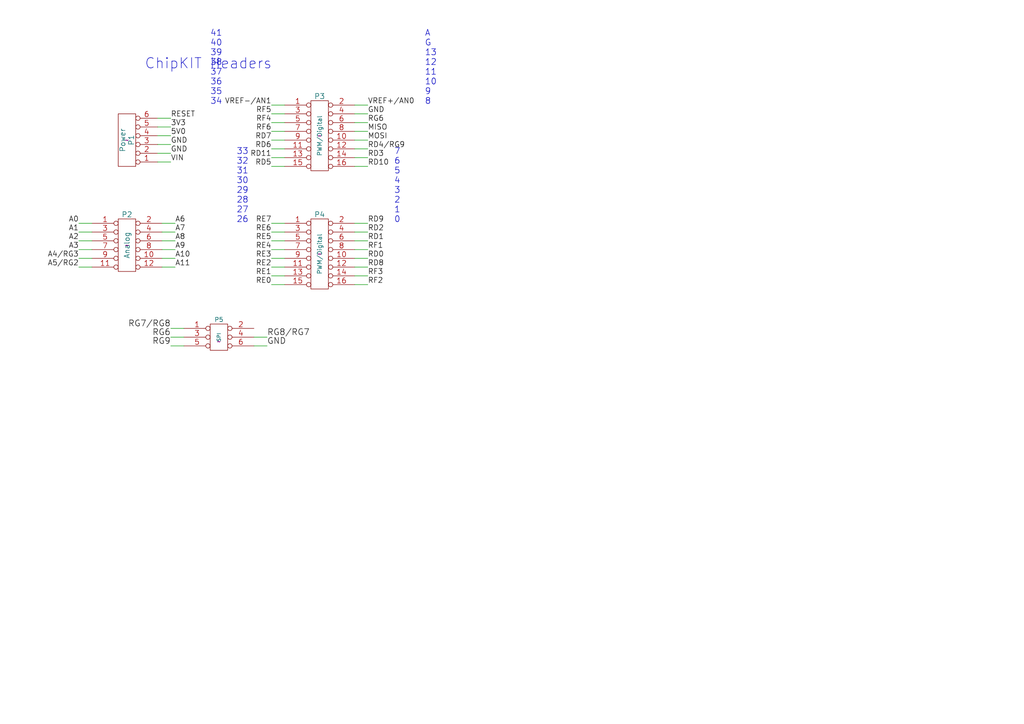
<source format=kicad_sch>
(kicad_sch (version 20230121) (generator eeschema)
  (paper "A4")
  (title_block (date "21 aug 2013"))
  (lib_symbols
    (symbol "Chipkit_Shield_uC-rescue:CONN_3X2" (pin_names (offset 1.016) hide)
      (property "Reference" "P" (at 0 6.35 0))
      (property "Value" "CONN_3X2" (at 0 1.27 90))
      (symbol "CONN_3X2_0_1"
        (rectangle (start -2.54 5.08) (end 2.54 -2.54))
      )
      (symbol "CONN_3X2_1_1"
        (pin passive inverted (at -10.16 3.81 0) (length 7.62) (name "1") (number "1"))
        (pin passive inverted (at 10.16 3.81 180) (length 7.62) (name "2") (number "2"))
        (pin passive inverted (at -10.16 1.27 0) (length 7.62) (name "3") (number "3"))
        (pin passive inverted (at 10.16 1.27 180) (length 7.62) (name "4") (number "4"))
        (pin passive inverted (at -10.16 -1.27 0) (length 7.62) (name "5") (number "5"))
        (pin passive inverted (at 10.16 -1.27 180) (length 7.62) (name "6") (number "6"))
      )
    )
    (symbol "Chipkit_Shield_uC-rescue:CONN_6" (pin_names (offset 0.762) hide)
      (property "Reference" "P" (at -1.27 0 90))
      (property "Value" "CONN_6" (at 1.27 0 90))
      (symbol "CONN_6_0_1"
        (rectangle (start -2.54 7.62) (end 2.54 -7.62))
      )
      (symbol "CONN_6_1_1"
        (pin passive inverted (at -8.89 6.35 0) (length 6.35) (name "1") (number "1"))
        (pin passive inverted (at -8.89 3.81 0) (length 6.35) (name "2") (number "2"))
        (pin passive inverted (at -8.89 1.27 0) (length 6.35) (name "3") (number "3"))
        (pin passive inverted (at -8.89 -1.27 0) (length 6.35) (name "4") (number "4"))
        (pin passive inverted (at -8.89 -3.81 0) (length 6.35) (name "5") (number "5"))
        (pin passive inverted (at -8.89 -6.35 0) (length 6.35) (name "6") (number "6"))
      )
    )
    (symbol "Chipkit_Shield_uC-rescue:CONN_6X2" (pin_names (offset 1.016) hide)
      (property "Reference" "P" (at 0 8.89 0))
      (property "Value" "CONN_6X2" (at 0 0 90))
      (symbol "CONN_6X2_0_1"
        (rectangle (start -2.54 7.62) (end 2.54 -7.62))
      )
      (symbol "CONN_6X2_1_1"
        (pin passive inverted (at -10.16 6.35 0) (length 7.62) (name "P1") (number "1"))
        (pin passive inverted (at 10.16 -3.81 180) (length 7.62) (name "10") (number "10"))
        (pin passive inverted (at -10.16 -6.35 0) (length 7.62) (name "11") (number "11"))
        (pin passive inverted (at 10.16 -6.35 180) (length 7.62) (name "12") (number "12"))
        (pin passive inverted (at 10.16 6.35 180) (length 7.62) (name "P2") (number "2"))
        (pin passive inverted (at -10.16 3.81 0) (length 7.62) (name "P3") (number "3"))
        (pin passive inverted (at 10.16 3.81 180) (length 7.62) (name "P4") (number "4"))
        (pin passive inverted (at -10.16 1.27 0) (length 7.62) (name "P5") (number "5"))
        (pin passive inverted (at 10.16 1.27 180) (length 7.62) (name "P6") (number "6"))
        (pin passive inverted (at -10.16 -1.27 0) (length 7.62) (name "P7") (number "7"))
        (pin passive inverted (at 10.16 -1.27 180) (length 7.62) (name "P8") (number "8"))
        (pin passive inverted (at -10.16 -3.81 0) (length 7.62) (name "9") (number "9"))
      )
    )
    (symbol "Chipkit_Shield_uC-rescue:CONN_8X2" (pin_names (offset 1.016))
      (property "Reference" "P" (at 0 11.43 0))
      (property "Value" "CONN_8X2" (at 0 0 90))
      (symbol "CONN_8X2_0_1"
        (rectangle (start -2.54 10.16) (end 2.54 -10.16))
      )
      (symbol "CONN_8X2_1_1"
        (pin passive inverted (at -10.16 8.89 0) (length 7.62) (name "~") (number "1"))
        (pin passive inverted (at 10.16 -1.27 180) (length 7.62) (name "~") (number "10"))
        (pin passive inverted (at -10.16 -3.81 0) (length 7.62) (name "~") (number "11"))
        (pin passive inverted (at 10.16 -3.81 180) (length 7.62) (name "~") (number "12"))
        (pin passive inverted (at -10.16 -6.35 0) (length 7.62) (name "~") (number "13"))
        (pin passive inverted (at 10.16 -6.35 180) (length 7.62) (name "~") (number "14"))
        (pin passive inverted (at -10.16 -8.89 0) (length 7.62) (name "~") (number "15"))
        (pin passive inverted (at 10.16 -8.89 180) (length 7.62) (name "~") (number "16"))
        (pin passive inverted (at 10.16 8.89 180) (length 7.62) (name "~") (number "2"))
        (pin passive inverted (at -10.16 6.35 0) (length 7.62) (name "~") (number "3"))
        (pin passive inverted (at 10.16 6.35 180) (length 7.62) (name "~") (number "4"))
        (pin passive inverted (at -10.16 3.81 0) (length 7.62) (name "~") (number "5"))
        (pin passive inverted (at 10.16 3.81 180) (length 7.62) (name "~") (number "6"))
        (pin passive inverted (at -10.16 1.27 0) (length 7.62) (name "~") (number "7"))
        (pin passive inverted (at 10.16 1.27 180) (length 7.62) (name "~") (number "8"))
        (pin passive inverted (at -10.16 -1.27 0) (length 7.62) (name "~") (number "9"))
      )
    )
  )
  (wire (pts (xy 102.87 33.02) (xy 106.68 33.02)))
  (wire (pts (xy 45.72 44.45) (xy 49.53 44.45)))
  (wire (pts (xy 82.55 40.64) (xy 78.74 40.64)))
  (wire (pts (xy 78.74 43.18) (xy 82.55 43.18)))
  (wire (pts (xy 78.74 33.02) (xy 82.55 33.02)))
  (wire (pts (xy 22.86 77.47) (xy 26.67 77.47)))
  (wire (pts (xy 78.74 74.93) (xy 82.55 74.93)))
  (wire (pts (xy 26.67 64.77) (xy 22.86 64.77)))
  (wire (pts (xy 77.47 97.79) (xy 73.66 97.79)))
  (wire (pts (xy 73.66 100.33) (xy 77.47 100.33)))
  (wire (pts (xy 82.55 82.55) (xy 78.74 82.55)))
  (wire (pts (xy 22.86 67.31) (xy 26.67 67.31)))
  (wire (pts (xy 106.68 64.77) (xy 102.87 64.77)))
  (wire (pts (xy 26.67 69.85) (xy 22.86 69.85)))
  (wire (pts (xy 82.55 35.56) (xy 78.74 35.56)))
  (wire (pts (xy 46.99 69.85) (xy 50.8 69.85)))
  (wire (pts (xy 82.55 30.48) (xy 78.74 30.48)))
  (wire (pts (xy 78.74 48.26) (xy 82.55 48.26)))
  (wire (pts (xy 78.74 38.1) (xy 82.55 38.1)))
  (wire (pts (xy 49.53 46.99) (xy 45.72 46.99)))
  (wire (pts (xy 50.8 72.39) (xy 46.99 72.39)))
  (wire (pts (xy 49.53 97.79) (xy 53.34 97.79)))
  (wire (pts (xy 53.34 100.33) (xy 49.53 100.33)))
  (wire (pts (xy 106.68 69.85) (xy 102.87 69.85)))
  (wire (pts (xy 106.68 40.64) (xy 102.87 40.64)))
  (wire (pts (xy 106.68 45.72) (xy 102.87 45.72)))
  (wire (pts (xy 78.74 64.77) (xy 82.55 64.77)))
  (wire (pts (xy 53.34 95.25) (xy 49.53 95.25)))
  (wire (pts (xy 45.72 34.29) (xy 49.53 34.29)))
  (wire (pts (xy 106.68 80.01) (xy 102.87 80.01)))
  (wire (pts (xy 102.87 67.31) (xy 106.68 67.31)))
  (wire (pts (xy 102.87 48.26) (xy 106.68 48.26)))
  (wire (pts (xy 46.99 64.77) (xy 50.8 64.77)))
  (wire (pts (xy 102.87 72.39) (xy 106.68 72.39)))
  (wire (pts (xy 45.72 39.37) (xy 49.53 39.37)))
  (wire (pts (xy 78.74 80.01) (xy 82.55 80.01)))
  (wire (pts (xy 102.87 77.47) (xy 106.68 77.47)))
  (wire (pts (xy 26.67 74.93) (xy 22.86 74.93)))
  (wire (pts (xy 102.87 43.18) (xy 106.68 43.18)))
  (wire (pts (xy 82.55 77.47) (xy 78.74 77.47)))
  (wire (pts (xy 106.68 35.56) (xy 102.87 35.56)))
  (wire (pts (xy 102.87 82.55) (xy 106.68 82.55)))
  (wire (pts (xy 22.86 72.39) (xy 26.67 72.39)))
  (wire (pts (xy 49.53 36.83) (xy 45.72 36.83)))
  (wire (pts (xy 46.99 74.93) (xy 50.8 74.93)))
  (wire (pts (xy 106.68 30.48) (xy 102.87 30.48)))
  (wire (pts (xy 50.8 77.47) (xy 46.99 77.47)))
  (wire (pts (xy 82.55 45.72) (xy 78.74 45.72)))
  (wire (pts (xy 50.8 67.31) (xy 46.99 67.31)))
  (wire (pts (xy 106.68 74.93) (xy 102.87 74.93)))
  (wire (pts (xy 49.53 41.91) (xy 45.72 41.91)))
  (wire (pts (xy 78.74 69.85) (xy 82.55 69.85)))
  (wire (pts (xy 82.55 72.39) (xy 78.74 72.39)))
  (wire (pts (xy 82.55 67.31) (xy 78.74 67.31)))
  (wire (pts (xy 102.87 38.1) (xy 106.68 38.1)))
  (text "A\nG\n13\n12\n11\n10\n9\n8\n" (at 123.19 30.48 0) (effects (font (size 1.7526 1.7526)) (justify left bottom)))
  (text "7\n6\n5\n4\n3\n2\n1\n0" (at 114.3 64.77 0) (effects (font (size 1.7526 1.7526)) (justify left bottom)))
  (text "ChipKIT Headers" (at 41.91 20.32 0) (effects (font (size 2.9972 2.9972)) (justify left bottom)))
  (text "41\n40\n39\n38\n37\n36\n35\n34" (at 60.96 30.48 0) (effects (font (size 1.7526 1.7526)) (justify left bottom)))
  (text "33\n32\n31\n30\n29\n28\n27\n26" (at 68.58 64.77 0) (effects (font (size 1.7526 1.7526)) (justify left bottom)))
  (label "RD11" (at 78.74 45.72 180) (effects (font (size 1.524 1.524))))
  (label "A4/RG3" (at 22.86 74.93 180) (effects (font (size 1.524 1.524))))
  (label "RD7" (at 78.74 40.64 180) (effects (font (size 1.524 1.524))))
  (label "RD4/RG9" (at 106.68 43.18 0) (effects (font (size 1.524 1.524))))
  (label "RE4" (at 78.74 72.39 180) (effects (font (size 1.524 1.524))))
  (label "VREF+/AN0" (at 106.68 30.48 0) (effects (font (size 1.524 1.524))))
  (label "RE5" (at 78.74 69.85 180) (effects (font (size 1.524 1.524))))
  (label "MOSI" (at 106.68 40.64 0) (effects (font (size 1.524 1.524))))
  (label "RD6" (at 78.74 43.18 180) (effects (font (size 1.524 1.524))))
  (label "RESET" (at 49.53 34.29 0) (effects (font (size 1.524 1.524))))
  (label "RE6" (at 78.74 67.31 180) (effects (font (size 1.524 1.524))))
  (label "RD1" (at 106.68 69.85 0) (effects (font (size 1.524 1.524))))
  (label "RE2" (at 78.74 77.47 180) (effects (font (size 1.524 1.524))))
  (label "A7" (at 50.8 67.31 0) (effects (font (size 1.524 1.524))))
  (label "RE3" (at 78.74 74.93 180) (effects (font (size 1.524 1.524))))
  (label "MISO" (at 106.68 38.1 0) (effects (font (size 1.524 1.524))))
  (label "RE1" (at 78.74 80.01 180) (effects (font (size 1.524 1.524))))
  (label "GND" (at 49.53 44.45 0) (effects (font (size 1.524 1.524))))
  (label "RF6" (at 78.74 38.1 180) (effects (font (size 1.524 1.524))))
  (label "RD5" (at 78.74 48.26 180) (effects (font (size 1.524 1.524))))
  (label "A10" (at 50.8 74.93 0) (effects (font (size 1.524 1.524))))
  (label "A1" (at 22.86 67.31 180) (effects (font (size 1.524 1.524))))
  (label "RF5" (at 78.74 33.02 180) (effects (font (size 1.524 1.524))))
  (label "GND" (at 106.68 33.02 0) (effects (font (size 1.524 1.524))))
  (label "RF4" (at 78.74 35.56 180) (effects (font (size 1.524 1.524))))
  (label "RD9" (at 106.68 64.77 0) (effects (font (size 1.524 1.524))))
  (label "GND" (at 77.47 100.33 0) (effects (font (size 1.7526 1.7526))))
  (label "RE0" (at 78.74 82.55 180) (effects (font (size 1.524 1.524))))
  (label "A5/RG2" (at 22.86 77.47 180) (effects (font (size 1.524 1.524))))
  (label "RG6" (at 106.68 35.56 0) (effects (font (size 1.524 1.524))))
  (label "A11" (at 50.8 77.47 0) (effects (font (size 1.524 1.524))))
  (label "VIN" (at 49.53 46.99 0) (effects (font (size 1.524 1.524))))
  (label "A9" (at 50.8 72.39 0) (effects (font (size 1.524 1.524))))
  (label "RD10" (at 106.68 48.26 0) (effects (font (size 1.524 1.524))))
  (label "RF1" (at 106.68 72.39 0) (effects (font (size 1.524 1.524))))
  (label "RD0" (at 106.68 74.93 0) (effects (font (size 1.524 1.524))))
  (label "RD3" (at 106.68 45.72 0) (effects (font (size 1.524 1.524))))
  (label "RD2" (at 106.68 67.31 0) (effects (font (size 1.524 1.524))))
  (label "RF3" (at 106.68 80.01 0) (effects (font (size 1.524 1.524))))
  (label "RE7" (at 78.74 64.77 180) (effects (font (size 1.524 1.524))))
  (label "A0" (at 22.86 64.77 180) (effects (font (size 1.524 1.524))))
  (label "5V0" (at 49.53 39.37 0) (effects (font (size 1.524 1.524))))
  (label "RG8/RG7" (at 77.47 97.79 0) (effects (font (size 1.7526 1.7526))))
  (label "VREF-/AN1" (at 78.74 30.48 180) (effects (font (size 1.524 1.524))))
  (label "RG9" (at 49.53 100.33 180) (effects (font (size 1.7526 1.7526))))
  (label "3V3" (at 49.53 36.83 0) (effects (font (size 1.524 1.524))))
  (label "RD8" (at 106.68 77.47 0) (effects (font (size 1.524 1.524))))
  (label "A8" (at 50.8 69.85 0) (effects (font (size 1.524 1.524))))
  (label "RF2" (at 106.68 82.55 0) (effects (font (size 1.524 1.524))))
  (label "RG6" (at 49.53 97.79 180) (effects (font (size 1.7526 1.7526))))
  (label "A2" (at 22.86 69.85 180) (effects (font (size 1.524 1.524))))
  (label "GND" (at 49.53 41.91 0) (effects (font (size 1.524 1.524))))
  (label "A6" (at 50.8 64.77 0) (effects (font (size 1.524 1.524))))
  (label "RG7/RG8" (at 49.53 95.25 180) (effects (font (size 1.7526 1.7526))))
  (label "A3" (at 22.86 72.39 180) (effects (font (size 1.524 1.524))))
  (symbol (lib_id "Chipkit_Shield_uC-rescue:CONN_6") (at 36.83 40.64 180) (unit 1)
    (property "Reference" "P1" (at 38.1 40.64 90) (effects (font (size 1.524 1.524))))
    (property "Value" "Power" (at 35.56 40.64 90) (effects (font (size 1.524 1.524))))
    (property "Footprint" "~" (at 36.83 40.64 0) (effects (font (size 1.524 1.524))))
    (property "Datasheet" "~" (at 36.83 40.64 0) (effects (font (size 1.524 1.524))))
  )
  (symbol (lib_id "Chipkit_Shield_uC-rescue:CONN_6X2") (at 36.83 71.12 0) (unit 1)
    (property "Reference" "P2" (at 36.83 62.23 0) (effects (font (size 1.524 1.524))))
    (property "Value" "Analog" (at 36.83 71.12 90) (effects (font (size 1.524 1.524))))
    (property "Footprint" "~" (at 36.83 71.12 0) (effects (font (size 1.524 1.524))))
    (property "Datasheet" "~" (at 36.83 71.12 0) (effects (font (size 1.524 1.524))))
  )
  (symbol (lib_id "Chipkit_Shield_uC-rescue:CONN_8X2") (at 92.71 39.37 0) (unit 1)
    (property "Reference" "P3" (at 92.71 27.94 0) (effects (font (size 1.524 1.524))))
    (property "Value" "PWM/Digital" (at 92.71 39.37 90))
    (property "Footprint" "~" (at 92.71 39.37 0) (effects (font (size 1.524 1.524))))
    (property "Datasheet" "~" (at 92.71 39.37 0) (effects (font (size 1.524 1.524))))
  )
  (symbol (lib_id "Chipkit_Shield_uC-rescue:CONN_8X2") (at 92.71 73.66 0) (unit 1)
    (property "Reference" "P4" (at 92.71 62.23 0) (effects (font (size 1.524 1.524))))
    (property "Value" "PWM/Digital" (at 92.71 73.66 90))
    (property "Footprint" "~" (at 92.71 73.66 0) (effects (font (size 1.524 1.524))))
    (property "Datasheet" "~" (at 92.71 73.66 0) (effects (font (size 1.524 1.524))))
  )
  (symbol (lib_id "Chipkit_Shield_uC-rescue:CONN_3X2") (at 63.5 99.06 0) (unit 1)
    (property "Reference" "P5" (at 63.5 92.71 0))
    (property "Value" "SPI" (at 63.5 97.79 90) (effects (font (size 1.016 1.016))))
    (property "Footprint" "~" (at 63.5 99.06 0) (effects (font (size 1.524 1.524))))
    (property "Datasheet" "~" (at 63.5 99.06 0) (effects (font (size 1.524 1.524))))
  )
)
</source>
